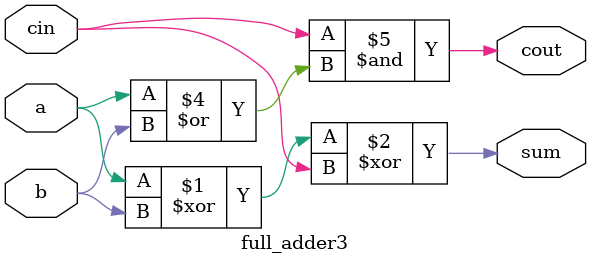
<source format=v>
module full_adder3(a,b,cin,sum,cout);
input a,b,cin;
output sum,cout;
assign sum = a^b^cin;
assign cout = 1'b0&b|cin&(a|b); 
// initial begin
//     $display("The incorrect adder with and0 having in1/0");
// end   
endmodule
</source>
